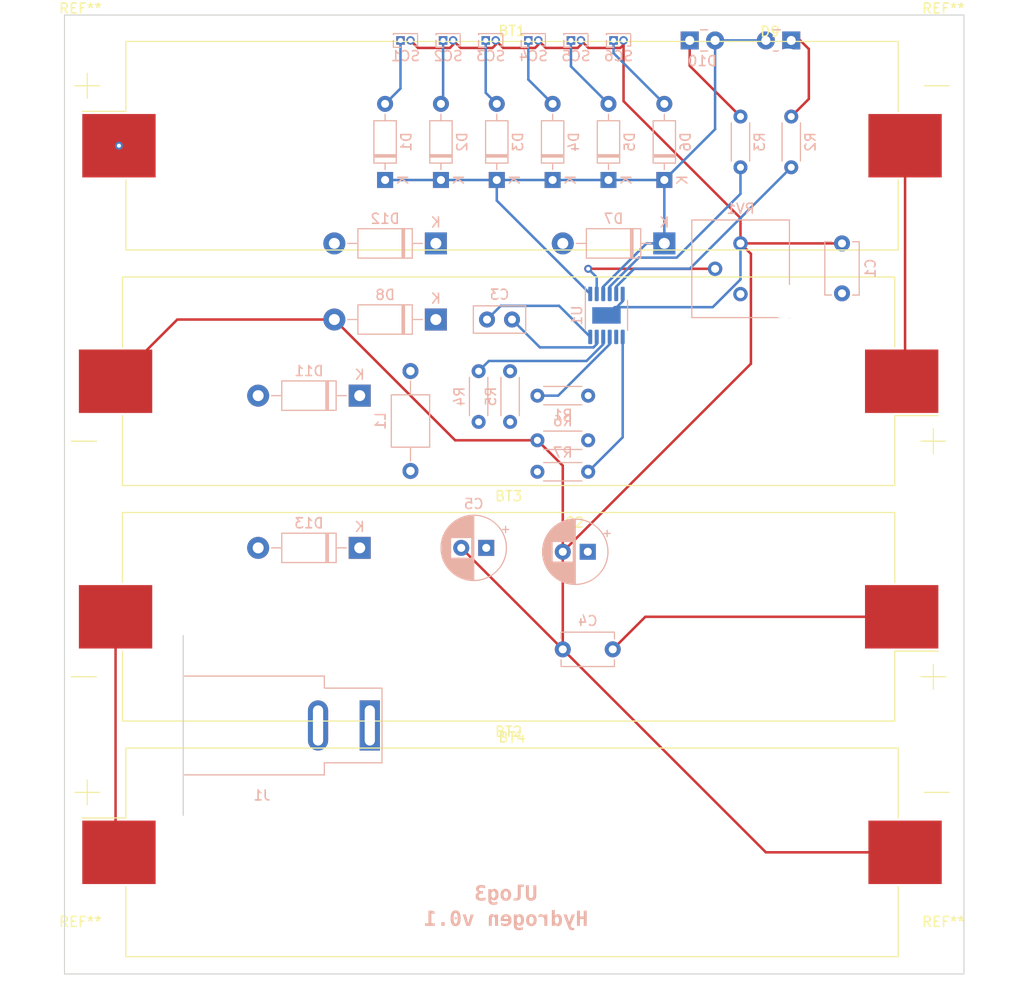
<source format=kicad_pcb>
(kicad_pcb (version 20221018) (generator pcbnew)
  (layers (0 "F.Cu" signal) (1 "In1.Cu" signal) (2 "In2.Cu" signal) (31 "B.Cu" signal) (34 "B.Paste" user) (35 "F.Paste" user) (36 "B.SilkS" user "B.Silkscreen") (37 "F.SilkS" user "F.Silkscreen") (38 "B.Mask" user) (39 "F.Mask" user) (44 "Edge.Cuts" user))
  (net 0 "")
  (net 1 "Net-(BT1-+)")
  (net 2 "Net-(BT1--)")
  (net 3 "Net-(BT2--)")
  (net 4 "GND")
  (net 5 "/BatteryCharger/in")
  (net 6 "Net-(D11-K)")
  (net 7 "Net-(D8-K)")
  (net 8 "Net-(D1-A)")
  (net 9 "Net-(D2-A)")
  (net 10 "Net-(D3-A)")
  (net 11 "Net-(D4-A)")
  (net 12 "Net-(D5-A)")
  (net 13 "Net-(D6-A)")
  (net 14 "Net-(D7-A)")
  (net 15 "Net-(D9-K)")
  (net 16 "Net-(D10-K)")
  (net 17 "VBUS")
  (net 18 "Net-(U1-SENSE)")
  (net 19 "Net-(R1-Pad2)")
  (net 20 "/BatteryCharger/fault")
  (net 21 "/BatteryCharger/chrg")
  (net 22 "Net-(U1-V_{FB})")
  (net 23 "Net-(U1-V_{IN_REG})")
  (footprint "MountingHole:MountingHole_2.1mm" (layer "F.Cu") (at 101.6 127)
    (fp_text reference "REF**" (at 0 -3.2) (layer "F.SilkS"))
    (fp_text value "MountingHole_2.1mm")
    (pad "" np_thru_hole circle (at 0 0) (size 2.1 2.1) (drill 2.1) (layers "*.Mask" "F.Cu" "In1.Cu" "In2.Cu" "B.Cu"))
  )
  (footprint "Battery:BatteryHolder_Keystone_1042_1x18650" (layer "F.Cu") (at 144.44 93.26 180)
    (fp_text reference "BT2" (at 0 -11.5) (layer "F.SilkS"))
    (fp_text value "Battery_Cell")
    (pad "" np_thru_hole circle (at -35.93 -8 180) (size 2.39 2.39) (drill 2.39) (layers "*.Cu" "*.Mask"))
    (pad "" np_thru_hole circle (at -27.6 8 180) (size 3.45 3.45) (drill 3.45) (layers "*.Cu" "*.Mask"))
    (pad "" np_thru_hole circle (at 27.6 -8 180) (size 3.45 3.45) (drill 3.45) (layers "*.Cu" "*.Mask"))
    (pad "1" smd rect (at -39.33 0 180) (size 7.34 6.35) (layers "F.Cu" "F.Paste" "F.Mask") (net 1 "Net-(BT1-+)"))
    (pad "2" smd rect (at 39.33 0 180) (size 7.34 6.35) (layers "F.Cu" "F.Paste" "F.Mask") (net 3 "Net-(BT2--)"))
  )
  (footprint "Battery:BatteryHolder_Keystone_1042_1x18650" (layer "F.Cu") (at 144.78 46.1)
    (fp_text reference "BT1" (at 0 -11.5) (layer "F.SilkS"))
    (fp_text value "Battery_Cell")
    (pad "" np_thru_hole circle (at -35.93 -8) (size 2.39 2.39) (drill 2.39) (layers "*.Cu" "*.Mask"))
    (pad "" np_thru_hole circle (at -27.6 8) (size 3.45 3.45) (drill 3.45) (layers "*.Cu" "*.Mask"))
    (pad "" np_thru_hole circle (at 27.6 -8) (size 3.45 3.45) (drill 3.45) (layers "*.Cu" "*.Mask"))
    (pad "1" smd rect (at -39.33 0) (size 7.34 6.35) (layers "F.Cu" "F.Paste" "F.Mask") (net 1 "Net-(BT1-+)"))
    (pad "2" smd rect (at 39.33 0) (size 7.34 6.35) (layers "F.Cu" "F.Paste" "F.Mask") (net 2 "Net-(BT1--)"))
  )
  (footprint "MountingHole:MountingHole_2.1mm" (layer "F.Cu") (at 187.96 127)
    (fp_text reference "REF**" (at 0 -3.2) (layer "F.SilkS"))
    (fp_text value "MountingHole_2.1mm")
    (pad "" np_thru_hole circle (at 0 0) (size 2.1 2.1) (drill 2.1) (layers "*.Mask" "F.Cu" "In1.Cu" "In2.Cu" "B.Cu"))
  )
  (footprint "Battery:BatteryHolder_Keystone_1042_1x18650" (layer "F.Cu") (at 144.78 116.84)
    (fp_text reference "BT4" (at 0 -11.5) (layer "F.SilkS"))
    (fp_text value "Battery_Cell")
    (pad "" np_thru_hole circle (at -35.93 -8) (size 2.39 2.39) (drill 2.39) (layers "*.Cu" "*.Mask"))
    (pad "" np_thru_hole circle (at -27.6 8) (size 3.45 3.45) (drill 3.45) (layers "*.Cu" "*.Mask"))
    (pad "" np_thru_hole circle (at 27.6 -8) (size 3.45 3.45) (drill 3.45) (layers "*.Cu" "*.Mask"))
    (pad "1" smd rect (at -39.33 0) (size 7.34 6.35) (layers "F.Cu" "F.Paste" "F.Mask") (net 3 "Net-(BT2--)"))
    (pad "2" smd rect (at 39.33 0) (size 7.34 6.35) (layers "F.Cu" "F.Paste" "F.Mask") (net 4 "GND"))
  )
  (footprint "MountingHole:MountingHole_2.1mm" (layer "F.Cu") (at 187.96 35.56)
    (fp_text reference "REF**" (at 0 -3.2) (layer "F.SilkS"))
    (fp_text value "MountingHole_2.1mm")
    (pad "" np_thru_hole circle (at 0 0) (size 2.1 2.1) (drill 2.1) (layers "*.Cu" "*.Mask"))
  )
  (footprint "MountingHole:MountingHole_2.1mm" (layer "F.Cu") (at 101.6 35.56)
    (fp_text reference "REF**" (at 0 -3.2) (layer "F.SilkS"))
    (fp_text value "MountingHole_2.1mm")
    (pad "" np_thru_hole circle (at 0 0) (size 2.1 2.1) (drill 2.1) (layers "*.Mask" "F.Cu" "In1.Cu" "In2.Cu" "B.Cu"))
  )
  (footprint "Battery:BatteryHolder_Keystone_1042_1x18650" (layer "F.Cu") (at 144.44 69.68 180)
    (fp_text reference "BT3" (at 0 -11.5) (layer "F.SilkS"))
    (fp_text value "Battery_Cell")
    (pad "" np_thru_hole circle (at -35.93 -8 180) (size 2.39 2.39) (drill 2.39) (layers "*.Cu" "*.Mask"))
    (pad "" np_thru_hole circle (at -27.6 8 180) (size 3.45 3.45) (drill 3.45) (layers "*.Cu" "*.Mask"))
    (pad "" np_thru_hole circle (at 27.6 -8 180) (size 3.45 3.45) (drill 3.45) (layers "*.Cu" "*.Mask"))
    (pad "1" smd rect (at -39.33 0 180) (size 7.34 6.35) (layers "F.Cu" "F.Paste" "F.Mask") (net 2 "Net-(BT1--)"))
    (pad "2" smd rect (at 39.33 0 180) (size 7.34 6.35) (layers "F.Cu" "F.Paste" "F.Mask") (net 4 "GND"))
  )
  (footprint "Diode_THT:D_DO-35_SOD27_P7.62mm_Horizontal" (layer "B.Cu") (at 160.02 49.53 90)
    (fp_text reference "D6" (at 3.81 2.12 90) (layer "B.SilkS") (effects (justify mirror)))
    (fp_text value "D_Schottky")
    (fp_text user "K" (at 0 1.8 90) (layer "B.SilkS") (effects (justify mirror)))
    (pad "1" thru_hole rect (at 0 0 90) (size 1.6 1.6) (drill 0.8) (layers "*.Cu" "*.Mask") (net 5 "/BatteryCharger/in"))
    (pad "2" thru_hole oval (at 7.62 0 90) (size 1.6 1.6) (drill 0.8) (layers "*.Cu" "*.Mask") (net 13 "Net-(D6-A)"))
  )
  (footprint "Connector_PinHeader_1.00mm:PinHeader_2x01_P1.00mm_Vertical" (layer "B.Cu") (at 146.412 35.56)
    (fp_text reference "SC4" (at 0.5 1.56) (layer "B.SilkS") (effects (justify mirror)))
    (fp_text value "Solar_Cells")
    (pad "1" thru_hole rect (at 0 0) (size 0.85 0.85) (drill 0.5) (layers "*.Cu" "*.Mask") (net 11 "Net-(D4-A)"))
    (pad "2" thru_hole oval (at 1 0) (size 0.85 0.85) (drill 0.5) (layers "*.Cu" "*.Mask") (net 4 "GND"))
  )
  (footprint "Inductor_THT:L_Axial_L5.0mm_D3.6mm_P10.00mm_Horizontal_Murata_BL01RN1A2A2" (layer "B.Cu") (at 134.62 68.66 -90)
    (fp_text reference "L1" (at 5 3 90) (layer "B.SilkS") (effects (justify mirror)))
    (fp_text value "68uH")
    (pad "1" thru_hole circle (at 0 0 270) (size 1.6 1.6) (drill 0.85) (layers "*.Cu" "*.Mask") (net 7 "Net-(D8-K)"))
    (pad "2" thru_hole oval (at 10 0 270) (size 1.6 1.6) (drill 0.85) (layers "*.Cu" "*.Mask") (net 18 "Net-(U1-SENSE)"))
  )
  (footprint "Connector_BarrelJack:BarrelJack_SwitchcraftConxall_RAPC10U_Horizontal" (layer "B.Cu") (at 130.55 104.14)
    (fp_text reference "J1" (at -10.8 7) (layer "B.SilkS") (effects (justify mirror)))
    (fp_text value "Barrel_Jack")
    (fp_line (start -18.67 9) (end -18.67 -9) (stroke (width 0.12)) (layer "Edge.Cuts"))
    (pad "1" thru_hole rect (at 0 0) (size 2.02 5.02) (drill oval 1.02 4.02) (layers "*.Cu" "*.Mask") (net 14 "Net-(D7-A)"))
    (pad "2" thru_hole oval (at -5.18 0) (size 2.02 5.02) (drill oval 1.02 4.02) (layers "*.Cu" "*.Mask") (net 4 "GND"))
  )
  (footprint "Resistor_THT:R_Axial_DIN0204_L3.6mm_D1.6mm_P5.08mm_Horizontal" (layer "B.Cu") (at 141.44 68.67 -90)
    (fp_text reference "R4" (at 2.54 1.92 90) (layer "B.SilkS") (effects (justify mirror)))
    (fp_text value "0.22")
    (pad "1" thru_hole circle (at 0 0 270) (size 1.4 1.4) (drill 0.7) (layers "*.Cu" "*.Mask") (net 18 "Net-(U1-SENSE)"))
    (pad "2" thru_hole oval (at 5.08 0 270) (size 1.4 1.4) (drill 0.7) (layers "*.Cu" "*.Mask") (net 1 "Net-(BT1-+)"))
  )
  (footprint "Capacitor_THT:C_Disc_D5.1mm_W3.2mm_P5.00mm" (layer "B.Cu") (at 177.8 60.88 90)
    (fp_text reference "C1" (at 2.5 2.85 90) (layer "B.SilkS") (effects (justify mirror)))
    (fp_text value "10uF")
    (pad "1" thru_hole circle (at 0 0 90) (size 1.6 1.6) (drill 0.8) (layers "*.Cu" "*.Mask") (net 5 "/BatteryCharger/in"))
    (pad "2" thru_hole circle (at 5 0 90) (size 1.6 1.6) (drill 0.8) (layers "*.Cu" "*.Mask") (net 4 "GND"))
  )
  (footprint "Diode_THT:D_DO-41_SOD81_P10.16mm_Horizontal" (layer "B.Cu") (at 129.54 86.36 180)
    (fp_text reference "D13" (at 5.08 2.47) (layer "B.SilkS") (effects (justify mirror)))
    (fp_text value "1N5819")
    (fp_text user "K" (at 0 2.1) (layer "B.SilkS") (effects (justify mirror)))
    (pad "1" thru_hole rect (at 0 0 180) (size 2.2 2.2) (drill 1.1) (layers "*.Cu" "*.Mask") (net 17 "VBUS"))
    (pad "2" thru_hole oval (at 10.16 0 180) (size 2.2 2.2) (drill 1.1) (layers "*.Cu" "*.Mask") (net 1 "Net-(BT1-+)"))
  )
  (footprint "Resistor_THT:R_Axial_DIN0204_L3.6mm_D1.6mm_P5.08mm_Horizontal" (layer "B.Cu") (at 152.4 75.59 180)
    (fp_text reference "R6" (at 2.54 1.92) (layer "B.SilkS") (effects (justify mirror)))
    (fp_text value "446k")
    (pad "1" thru_hole circle (at 0 0 180) (size 1.4 1.4) (drill 0.7) (layers "*.Cu" "*.Mask") (net 19 "Net-(R1-Pad2)"))
    (pad "2" thru_hole oval (at 5.08 0 180) (size 1.4 1.4) (drill 0.7) (layers "*.Cu" "*.Mask") (net 4 "GND"))
  )
  (footprint "Resistor_THT:R_Axial_DIN0204_L3.6mm_D1.6mm_P5.08mm_Horizontal" (layer "B.Cu") (at 147.32 71.12)
    (fp_text reference "R1" (at 2.54 1.92) (layer "B.SilkS") (effects (justify mirror)))
    (fp_text value "568k")
    (pad "1" thru_hole circle (at 0 0) (size 1.4 1.4) (drill 0.7) (layers "*.Cu" "*.Mask") (net 1 "Net-(BT1-+)"))
    (pad "2" thru_hole oval (at 5.08 0) (size 1.4 1.4) (drill 0.7) (layers "*.Cu" "*.Mask") (net 19 "Net-(R1-Pad2)"))
  )
  (footprint "Capacitor_THT:CP_Radial_D6.3mm_P2.50mm" (layer "B.Cu") (at 152.36 86.75 180)
    (fp_text reference "C2" (at 1.353569 2.93) (layer "F.SilkS"))
    (fp_text value "100uF")
    (pad "1" thru_hole rect (at 0 0 180) (size 1.6 1.6) (drill 0.8) (layers "*.Cu" "*.Mask") (net 1 "Net-(BT1-+)"))
    (pad "2" thru_hole circle (at 2.5 0 180) (size 1.6 1.6) (drill 0.8) (layers "*.Cu" "*.Mask") (net 4 "GND"))
  )
  (footprint "Capacitor_THT:CP_Radial_D6.3mm_P2.50mm" (layer "B.Cu") (at 142.2 86.36 180)
    (fp_text reference "C5" (at 1.25 4.4) (layer "B.SilkS") (effects (justify mirror)))
    (fp_text value "100uF 16v")
    (pad "1" thru_hole rect (at 0 0 180) (size 1.6 1.6) (drill 0.8) (layers "*.Cu" "*.Mask") (net 1 "Net-(BT1-+)"))
    (pad "2" thru_hole circle (at 2.5 0 180) (size 1.6 1.6) (drill 0.8) (layers "*.Cu" "*.Mask") (net 4 "GND"))
  )
  (footprint "Potentiometer_THT:Potentiometer_Bourns_3386P_Vertical" (layer "B.Cu") (at 167.64 60.96 180)
    (fp_text reference "RV1" (at -0.015 8.555) (layer "B.SilkS") (effects (justify mirror)))
    (fp_text value "10k")
    (pad "1" thru_hole circle (at 0 0 180) (size 1.44 1.44) (drill 0.8) (layers "*.Cu" "*.Mask") (net 5 "/BatteryCharger/in"))
    (pad "2" thru_hole circle (at 2.54 2.54 180) (size 1.44 1.44) (drill 0.8) (layers "*.Cu" "*.Mask") (net 23 "Net-(U1-V_{IN_REG})"))
    (pad "3" thru_hole circle (at 0 5.08 180) (size 1.44 1.44) (drill 0.8) (layers "*.Cu" "*.Mask") (net 4 "GND"))
  )
  (footprint "Resistor_THT:R_Axial_DIN0204_L3.6mm_D1.6mm_P5.08mm_Horizontal" (layer "B.Cu") (at 144.59 68.67 -90)
    (fp_text reference "R5" (at 2.54 1.92 90) (layer "B.SilkS") (effects (justify mirror)))
    (fp_text value "0.5")
    (pad "1" thru_hole circle (at 0 0 270) (size 1.4 1.4) (drill 0.7) (layers "*.Cu" "*.Mask") (net 1 "Net-(BT1-+)"))
    (pad "2" thru_hole oval (at 5.08 0 270) (size 1.4 1.4) (drill 0.7) (layers "*.Cu" "*.Mask") (net 18 "Net-(U1-SENSE)"))
  )
  (footprint "Diode_THT:D_DO-41_SOD81_P10.16mm_Horizontal" (layer "B.Cu") (at 160.02 55.88 180)
    (fp_text reference "D7" (at 5.08 2.47) (layer "B.SilkS") (effects (justify mirror)))
    (fp_text value "1N5819")
    (fp_text user "K" (at 0 2.1) (layer "B.SilkS") (effects (justify mirror)))
    (pad "1" thru_hole rect (at 0 0 180) (size 2.2 2.2) (drill 1.1) (layers "*.Cu" "*.Mask") (net 5 "/BatteryCharger/in"))
    (pad "2" thru_hole oval (at 10.16 0 180) (size 2.2 2.2) (drill 1.1) (layers "*.Cu" "*.Mask") (net 14 "Net-(D7-A)"))
  )
  (footprint "Diode_THT:D_DO-41_SOD81_P10.16mm_Horizontal" (layer "B.Cu") (at 129.54 71.12 180)
    (fp_text reference "D11" (at 5.08 2.47) (layer "B.SilkS") (effects (justify mirror)))
    (fp_text value "1N5819")
    (fp_text user "K" (at 0 2.1) (layer "B.SilkS") (effects (justify mirror)))
    (pad "1" thru_hole rect (at 0 0 180) (size 2.2 2.2) (drill 1.1) (layers "*.Cu" "*.Mask") (net 6 "Net-(D11-K)"))
    (pad "2" thru_hole oval (at 10.16 0 180) (size 2.2 2.2) (drill 1.1) (layers "*.Cu" "*.Mask") (net 1 "Net-(BT1-+)"))
  )
  (footprint "Diode_THT:D_DO-35_SOD27_P7.62mm_Horizontal" (layer "B.Cu") (at 137.668 49.53 90)
    (fp_text reference "D2" (at 3.81 2.12 90) (layer "B.SilkS") (effects (justify mirror)))
    (fp_text value "D_Schottky")
    (fp_text user "K" (at 0 1.8 90) (layer "B.SilkS") (effects (justify mirror)))
    (pad "1" thru_hole rect (at 0 0 90) (size 1.6 1.6) (drill 0.8) (layers "*.Cu" "*.Mask") (net 5 "/BatteryCharger/in"))
    (pad "2" thru_hole oval (at 7.62 0 90) (size 1.6 1.6) (drill 0.8) (layers "*.Cu" "*.Mask") (net 9 "Net-(D2-A)"))
  )
  (footprint "Resistor_THT:R_Axial_DIN0204_L3.6mm_D1.6mm_P5.08mm_Horizontal" (layer "B.Cu") (at 152.4 78.74 180)
    (fp_text reference "R7" (at 2.54 1.92) (layer "B.SilkS") (effects (justify mirror)))
    (fp_text value "200k")
    (pad "1" thru_hole circle (at 0 0 180) (size 1.4 1.4) (drill 0.7) (layers "*.Cu" "*.Mask") (net 22 "Net-(U1-V_{FB})"))
    (pad "2" thru_hole oval (at 5.08 0 180) (size 1.4 1.4) (drill 0.7) (layers "*.Cu" "*.Mask") (net 19 "Net-(R1-Pad2)"))
  )
  (footprint "Diode_THT:D_DO-41_SOD81_P10.16mm_Horizontal" (layer "B.Cu") (at 137.16 55.88 180)
    (fp_text reference "D12" (at 5.08 2.47) (layer "B.SilkS") (effects (justify mirror)))
    (fp_text value "1N5819")
    (fp_text user "K" (at 0 2.1) (layer "B.SilkS") (effects (justify mirror)))
    (pad "1" thru_hole rect (at 0 0 180) (size 2.2 2.2) (drill 1.1) (layers "*.Cu" "*.Mask") (net 17 "VBUS"))
    (pad "2" thru_hole oval (at 10.16 0 180) (size 2.2 2.2) (drill 1.1) (layers "*.Cu" "*.Mask") (net 5 "/BatteryCharger/in"))
  )
  (footprint "Diode_THT:D_DO-35_SOD27_P7.62mm_Horizontal" (layer "B.Cu") (at 143.256 49.53 90)
    (fp_text reference "D3" (at 3.81 2.12 90) (layer "B.SilkS") (effects (justify mirror)))
    (fp_text value "D_Schottky")
    (fp_text user "K" (at 0 1.8 90) (layer "B.SilkS") (effects (justify mirror)))
    (pad "1" thru_hole rect (at 0 0 90) (size 1.6 1.6) (drill 0.8) (layers "*.Cu" "*.Mask") (net 5 "/BatteryCharger/in"))
    (pad "2" thru_hole oval (at 7.62 0 90) (size 1.6 1.6) (drill 0.8) (layers "*.Cu" "*.Mask") (net 10 "Net-(D3-A)"))
  )
  (footprint "Diode_THT:D_DO-35_SOD27_P7.62mm_Horizontal" (layer "B.Cu") (at 148.844 49.53 90)
    (fp_text reference "D4" (at 3.81 2.12 90) (layer "B.SilkS") (effects (justify mirror)))
    (fp_text value "D_Schottky")
    (fp_text user "K" (at 0 1.8 90) (layer "B.SilkS") (effects (justify mirror)))
    (pad "1" thru_hole rect (at 0 0 90) (size 1.6 1.6) (drill 0.8) (layers "*.Cu" "*.Mask") (net 5 "/BatteryCharger/in"))
    (pad "2" thru_hole oval (at 7.62 0 90) (size 1.6 1.6) (drill 0.8) (layers "*.Cu" "*.Mask") (net 11 "Net-(D4-A)"))
  )
  (footprint "Connector_PinHeader_1.00mm:PinHeader_2x01_P1.00mm_Vertical" (layer "B.Cu") (at 142.148 35.56)
    (fp_text reference "SC3" (at 0.5 1.56) (layer "B.SilkS") (effects (justify mirror)))
    (fp_text value "Solar_Cells")
    (pad "1" thru_hole rect (at 0 0) (size 0.85 0.85) (drill 0.5) (layers "*.Cu" "*.Mask") (net 10 "Net-(D3-A)"))
    (pad "2" thru_hole oval (at 1 0) (size 0.85 0.85) (drill 0.5) (layers "*.Cu" "*.Mask") (net 4 "GND"))
  )
  (footprint "Resistor_THT:R_Axial_DIN0204_L3.6mm_D1.6mm_P5.08mm_Horizontal" (layer "B.Cu") (at 167.64 48.26 90)
    (fp_text reference "R3" (at 2.54 1.92 90) (layer "B.SilkS") (effects (justify mirror)))
    (fp_text value "1k")
    (pad "1" thru_hole circle (at 0 0 90) (size 1.4 1.4) (drill 0.7) (layers "*.Cu" "*.Mask") (net 21 "/BatteryCharger/chrg"))
    (pad "2" thru_hole oval (at 5.08 0 90) (size 1.4 1.4) (drill 0.7) (layers "*.Cu" "*.Mask") (net 16 "Net-(D10-K)"))
  )
  (footprint "Diode_THT:D_DO-35_SOD27_P7.62mm_Horizontal" (layer "B.Cu") (at 154.432 49.53 90)
    (fp_text reference "D5" (at 3.81 2.12 90) (layer "B.SilkS") (effects (justify mirror)))
    (fp_text value "D_Schottky")
    (fp_text user "K" (at 0 1.8 90) (layer "B.SilkS") (effects (justify mirror)))
    (pad "1" thru_hole rect (at 0 0 90) (size 1.6 1.6) (drill 0.8) (layers "*.Cu" "*.Mask") (net 5 "/BatteryCharger/in"))
    (pad "2" thru_hole oval (at 7.62 0 90) (size 1.6 1.6) (drill 0.8) (layers "*.Cu" "*.Mask") (net 12 "Net-(D5-A)"))
  )
  (footprint "Diode_THT:D_DO-41_SOD81_P10.16mm_Horizontal" (layer "B.Cu") (at 137.16 63.5 180)
    (fp_text reference "D8" (at 5.08 2.47) (layer "B.SilkS") (effects (justify mirror)))
    (fp_text value "1N5819")
    (fp_text user "K" (at 0 2.1) (layer "B.SilkS") (effects (justify mirror)))
    (pad "1" thru_hole rect (at 0 0 180) (size 2.2 2.2) (drill 1.1) (layers "*.Cu" "*.Mask") (net 7 "Net-(D8-K)"))
    (pad "2" thru_hole oval (at 10.16 0 180) (size 2.2 2.2) (drill 1.1) (layers "*.Cu" "*.Mask") (net 4 "GND"))
  )
  (footprint "Connector_PinHeader_1.00mm:PinHeader_2x01_P1.00mm_Vertical" (layer "B.Cu") (at 154.94 35.56)
    (fp_text reference "SC6" (at 0.5 1.56) (layer "B.SilkS") (effects (justify mirror)))
    (fp_text value "Solar_Cells")
    (pad "1" thru_hole rect (at 0 0) (size 0.85 0.85) (drill 0.5) (layers "*.Cu" "*.Mask") (net 13 "Net-(D6-A)"))
    (pad "2" thru_hole oval (at 1 0) (size 0.85 0.85) (drill 0.5) (layers "*.Cu" "*.Mask") (net 4 "GND"))
  )
  (footprint "Capacitor_THT:C_Disc_D5.1mm_W3.2mm_P5.00mm" (layer "B.Cu") (at 154.86 96.52 180)
    (fp_text reference "C4" (at 2.5 2.85) (layer "B.SilkS") (effects (justify mirror)))
    (fp_text value "10uF")
    (pad "1" thru_hole circle (at 0 0 180) (size 1.6 1.6) (drill 0.8) (layers "*.Cu" "*.Mask") (net 1 "Net-(BT1-+)"))
    (pad "2" thru_hole circle (at 5 0 180) (size 1.6 1.6) (drill 0.8) (layers "*.Cu" "*.Mask") (net 4 "GND"))
  )
  (footprint "Connector_PinHeader_1.00mm:PinHeader_2x01_P1.00mm_Vertical" (layer "B.Cu") (at 137.884 35.56)
    (fp_text reference "SC2" (at 0.5 1.56) (layer "B.SilkS") (effects (justify mirror)))
    (fp_text value "Solar_Cells")
    (pad "1" thru_hole rect (at 0 0) (size 0.85 0.85) (drill 0.5) (layers "*.Cu" "*.Mask") (net 9 "Net-(D2-A)"))
    (pad "2" thru_hole oval (at 1 0) (size 0.85 0.85) (drill 0.5) (layers "*.Cu" "*.Mask") (net 4 "GND"))
  )
  (footprint "Capacitor_THT:C_Disc_D5.0mm_W2.5mm_P2.50mm" (layer "B.Cu") (at 144.78 63.5 180)
    (fp_text reference "C3" (at 1.25 2.5) (layer "B.SilkS") (effects (justify mirror)))
    (fp_text value "1uF")
    (pad "1" thru_hole circle (at 0 0 180) (size 1.6 1.6) (drill 0.8) (layers "*.Cu" "*.Mask") (net 6 "Net-(D11-K)"))
    (pad "2" thru_hole circle (at 2.5 0 180) (size 1.6 1.6) (drill 0.8) (layers "*.Cu" "*.Mask") (net 7 "Net-(D8-K)"))
  )
  (footprint "Connector_PinHeader_1.00mm:PinHeader_2x01_P1.00mm_Vertical" (layer "B.Cu") (at 150.676 35.56)
    (fp_text reference "SC5" (at 0.5 1.56) (layer "B.SilkS") (effects (justify mirror)))
    (fp_text value "Solar_Cells")
    (pad "1" thru_hole rect (at 0 0) (size 0.85 0.85) (drill 0.5) (layers "*.Cu" "*.Mask") (net 12 "Net-(D5-A)"))
    (pad "2" thru_hole oval (at 1 0) (size 0.85 0.85) (drill 0.5) (layers "*.Cu" "*.Mask") (net 4 "GND"))
  )
  (footprint "LED_THT:LED_Rectangular_W3.0mm_H2.0mm" (layer "B.Cu") (at 162.56 35.56)
    (fp_text reference "D10" (at 1.27 2.06) (layer "B.SilkS") (effects (justify mirror)))
    (fp_text value "LED")
    (pad "1" thru_hole rect (at 0 0) (size 1.8 1.8) (drill 0.9) (layers "*.Cu" "*.Mask") (net 16 "Net-(D10-K)"))
    (pad "2" thru_hole circle (at 2.54 0) (size 1.8 1.8) (drill 0.9) (layers "*.Cu" "*.Mask") (net 5 "/BatteryCharger/in"))
  )
  (footprint "Resistor_THT:R_Axial_DIN0204_L3.6mm_D1.6mm_P5.08mm_Horizontal" (layer "B.Cu") (at 172.72 48.26 90)
    (fp_text reference "R2" (at 2.54 1.92 90) (layer "B.SilkS") (effects (justify mirror)))
    (fp_text value "1k")
    (pad "1" thru_hole circle (at 0 0 90) (size 1.4 1.4) (drill 0.7) (layers "*.Cu" "*.Mask") (net 20 "/BatteryCharger/fault"))
    (pad "2" thru_hole oval (at 5.08 0 90) (size 1.4 1.4) (drill 0.7) (layers "*.Cu" "*.Mask") (net 15 "Net-(D9-K)"))
  )
  (footprint "Package_SO:MSOP-12-1EP_3x4mm_P0.65mm_EP1.65x2.85mm" (layer "B.Cu") (at 154.23 63.09 -90)
    (fp_text reference "U1" (at 0 2.95 90) (layer "B.SilkS") (effects (justify mirror)))
    (fp_text value "LT3652EMSE")
    (pad "1" smd roundrect (at -2.15 1.625 270) (size 1.45 0.4) (layers "B.Cu" "B.Paste" "B.Mask") (net 5 "/BatteryCharger/in"))
    (pad "2" smd roundrect (at -2.15 0.975 270) (size 1.45 0.4) (layers "B.Cu" "B.Paste" "B.Mask") (net 23 "Net-(U1-V_{IN_REG})"))
    (pad "3" smd roundrect (at -2.15 0.325 270) (size 1.45 0.4) (layers "B.Cu" "B.Paste" "B.Mask") (net 5 "/BatteryCharger/in"))
    (pad "4" smd roundrect (at -2.15 -0.325 270) (size 1.45 0.4) (layers "B.Cu" "B.Paste" "B.Mask") (net 21 "/BatteryCharger/chrg"))
    (pad "5" smd roundrect (at -2.15 -0.975 270) (size 1.45 0.4) (layers "B.Cu" "B.Paste" "B.Mask") (net 20 "/BatteryCharger/fault"))
    (pad "6" smd roundrect (at -2.15 -1.625 270) (size 1.45 0.4) (layers "B.Cu" "B.Paste" "B.Mask") (net 4 "GND"))
    (pad "7" smd roundrect (at 2.15 -1.625 270) (size 1.45 0.4) (layers "B.Cu" "B.Paste" "B.Mask") (net 22 "Net-(U1-V_{FB})"))
    (pad "8" smd roundrect (at 2.15 -0.975 270) (size 1.45 0.4) (layers "B.Cu" "B.Paste" "B.Mask"))
    (pad "9" smd roundrect (at 2.15 -0.325 270) (size 1.45 0.4) (layers "B.Cu" "B.Paste" "B.Mask") (net 1 "Net-(BT1-+)"))
    (pad "10" smd roundrect (at 2.15 0.325 270) (size 1.45 0.4) (layers "B.Cu" "B.Paste" "B.Mask") (net 18 "Net-(U1-SENSE)"))
    (pad "11" smd roundrect (at 2.15 0.975 270) (size 1.45 0.4) (layers "B.Cu" "B.Paste" "B.Mask") (net 6 "Net-(D11-K)"))
    (pad "12" smd roundrect (at 2.15 1.625 270) (size 1.45 0.4) (layers "B.Cu" "B.Paste" "B.Mask") (net 7 "Net-(D8-K)"))
    (pad "13" smd rect (at 0 0 270) (size 1.65 2.85) (layers "B.Cu" "B.Mask") (net 4 "GND"))
  )
  (footprint "Diode_THT:D_DO-35_SOD27_P7.62mm_Horizontal" (layer "B.Cu") (at 132.08 49.53 90)
    (fp_text reference "D1" (at 3.81 2.12 90) (layer "B.SilkS") (effects (justify mirror)))
    (fp_text value "D_Schottky")
    (fp_text user "K" (at 0 1.8 90) (layer "B.SilkS") (effects (justify mirror)))
    (pad "1" thru_hole rect (at 0 0 90) (size 1.6 1.6) (drill 0.8) (layers "*.Cu" "*.Mask") (net 5 "/BatteryCharger/in"))
    (pad "2" thru_hole oval (at 7.62 0 90) (size 1.6 1.6) (drill 0.8) (layers "*.Cu" "*.Mask") (net 8 "Net-(D1-A)"))
  )
  (footprint "Connector_PinHeader_1.00mm:PinHeader_2x01_P1.00mm_Vertical" (layer "B.Cu") (at 133.62 35.56)
    (fp_text reference "SC1" (at 0.5 1.56) (layer "B.SilkS") (effects (justify mirror)))
    (fp_text value "Solar_Cells")
    (pad "1" thru_hole rect (at 0 0) (size 0.85 0.85) (drill 0.5) (layers "*.Cu" "*.Mask") (net 8 "Net-(D1-A)"))
    (pad "2" thru_hole oval (at 1 0) (size 0.85 0.85) (drill 0.5) (layers "*.Cu" "*.Mask") (net 4 "GND"))
  )
  (footprint "LED_THT:LED_Rectangular_W3.0mm_H2.0mm" (layer "B.Cu") (at 172.72 35.56 180)
    (fp_text reference "D9" (at 2.12881 0.88) (layer "F.SilkS"))
    (fp_text value "LED")
    (pad "1" thru_hole rect (at 0 0 180) (size 1.8 1.8) (drill 0.9) (layers "*.Cu" "*.Mask") (net 15 "Net-(D9-K)"))
    (pad "2" thru_hole circle (at 2.54 0 180) (size 1.8 1.8) (drill 0.9) (layers "*.Cu" "*.Mask") (net 5 "/BatteryCharger/in"))
  )
  (gr_line (start 190 33.02) (end 190 129.02) (stroke (width 0.1)) (layer "Edge.Cuts"))
  (gr_line (start 100 33.02) (end 100 129.02) (stroke (width 0.1)) (layer "Edge.Cuts"))
  (gr_line (start 100 129.02) (end 190 129.02) (stroke (width 0.1)) (layer "Edge.Cuts"))
  (gr_line (start 100 33.02) (end 190 33.02) (stroke (width 0.1)) (layer "Edge.Cuts"))
  (gr_text "Ulog3" (at 147.32 121.92) (layer "B.SilkS") (effects (font (size 1.5 1.5) (thickness 0.3) bold) (justify left bottom mirror)))
  (gr_text "Hydrogen v0.1" (at 152.4 124.46) (layer "B.SilkS") (effects (font (size 1.5 1.5) (thickness 0.3) bold) (justify left bottom mirror)))
  (segment (start 105.45 46.1) (end 106.68 47.33) (width 0.25) (layer "F.Cu") (net 1))
  (segment (start 158.12 93.26) (end 154.86 96.52) (width 0.25) (layer "F.Cu") (net 1))
  (segment (start 183.77 93.26) (end 158.12 93.26) (width 0.25) (layer "F.Cu") (net 1))
  (segment (start 106.68 47.33) (end 106.68 48.26) (width 0.25) (layer "F.Cu") (net 1))
  (via (at 105.45 46.1) (size 0.8) (drill 0.4) (layers "F.Cu" "B.Cu") (net 1))
  (segment (start 149.4 71.12) (end 147.32 71.12) (width 0.25) (layer "B.Cu") (net 1))
  (segment (start 154.555 65.24) (end 154.555 65.965) (width 0.25) (layer "B.Cu") (net 1))
  (segment (start 154.555 65.965) (end 149.4 71.12) (width 0.25) (layer "B.Cu") (net 1))
  (segment (start 184.11 46.1) (end 184.11 69.34) (width 0.25) (layer "F.Cu") (net 2))
  (segment (start 184.11 69.34) (end 183.77 69.68) (width 0.25) (layer "F.Cu") (net 2))
  (segment (start 105.11 93.26) (end 105.11 116.5) (width 0.25) (layer "F.Cu") (net 3))
  (segment (start 105.11 116.5) (end 105.45 116.84) (width 0.25) (layer "F.Cu") (net 3))
  (segment (start 149.86 96.52) (end 170.18 116.84) (width 0.25) (layer "F.Cu") (net 4))
  (segment (start 149.86 78.13) (end 147.32 75.59) (width 0.25) (layer "F.Cu") (net 4))
  (segment (start 155.94 35.985) (end 155.615 36.31) (width 0.25) (layer "F.Cu") (net 4))
  (segment (start 111.29 63.5) (end 105.11 69.68) (width 0.25) (layer "F.Cu") (net 4))
  (segment (start 139.634 36.31) (end 138.884 35.56) (width 0.25) (layer "F.Cu") (net 4))
  (segment (start 167.64 53.34) (end 167.64 55.88) (width 0.25) (layer "F.Cu") (net 4))
  (segment (start 105.11 68.52) (end 105.11 69.68) (width 0.25) (layer "F.Cu") (net 4))
  (segment (start 170.18 116.84) (end 184.11 116.84) (width 0.25) (layer "F.Cu") (net 4))
  (segment (start 155.94 35.56) (end 155.94 35.985) (width 0.25) (layer "F.Cu") (net 4))
  (segment (start 151.351 36.31) (end 148.162 36.31) (width 0.25) (layer "F.Cu") (net 4))
  (segment (start 148.162 36.31) (end 147.412 35.56) (width 0.25) (layer "F.Cu") (net 4))
  (segment (start 167.64 55.88) (end 168.685 56.925) (width 0.25) (layer "F.Cu") (net 4))
  (segment (start 149.86 86.75) (end 149.86 78.13) (width 0.25) (layer "F.Cu") (net 4))
  (segment (start 149.86 86.75) (end 149.86 96.52) (width 0.25) (layer "F.Cu") (net 4))
  (segment (start 139.09 75.59) (end 127 63.5) (width 0.25) (layer "F.Cu") (net 4))
  (segment (start 143.148 35.985) (end 142.823 36.31) (width 0.25) (layer "F.Cu") (net 4))
  (segment (start 168.685 67.925) (end 149.86 86.75) (width 0.25) (layer "F.Cu") (net 4))
  (segment (start 147.087 36.31) (end 143.898 36.31) (width 0.25) (layer "F.Cu") (net 4))
  (segment (start 152.426 36.31) (end 151.676 35.56) (width 0.25) (layer "F.Cu") (net 4))
  (segment (start 155.94 35.56) (end 155.94 41.64) (width 0.25) (layer "F.Cu") (net 4))
  (segment (start 138.559 36.31) (end 135.37 36.31) (width 0.25) (layer "F.Cu") (net 4))
  (segment (start 168.685 56.925) (end 168.685 67.925) (width 0.25) (layer "F.Cu") (net 4))
  (segment (start 151.676 35.985) (end 151.351 36.31) (width 0.25) (layer "F.Cu") (net 4))
  (segment (start 143.148 35.56) (end 143.148 35.985) (width 0.25) (layer "F.Cu") (net 4))
  (segment (start 127 63.5) (end 111.29 63.5) (width 0.25) (layer "F.Cu") (net 4))
  (segment (start 151.676 35.56) (end 151.676 35.985) (width 0.25) (layer "F.Cu") (net 4))
  (segment (start 135.37 36.31) (end 134.62 35.56) (width 0.25) (layer "F.Cu") (net 4))
  (segment (start 138.884 35.56) (end 138.884 35.985) (width 0.25) (layer "F.Cu") (net 4))
  (segment (start 147.412 35.985) (end 147.087 36.31) (width 0.25) (layer "F.Cu") (net 4))
  (segment (start 147.412 35.56) (end 147.412 35.985) (width 0.25) (layer "F.Cu") (net 4))
  (segment (start 138.884 35.985) (end 138.559 36.31) (width 0.25) (layer "F.Cu") (net 4))
  (segment (start 143.898 36.31) (end 143.148 35.56) (width 0.25) (layer "F.Cu") (net 4))
  (segment (start 149.86 96.52) (end 139.7 86.36) (width 0.25) (layer "F.Cu") (net 4))
  (segment (start 155.94 41.64) (end 167.64 53.34) (width 0.25) (layer "F.Cu") (net 4))
  (segment (start 177.8 55.88) (end 167.64 55.88) (width 0.25) (layer "F.Cu") (net 4))
  (segment (start 142.823 36.31) (end 139.634 36.31) (width 0.25) (layer "F.Cu") (net 4))
  (segment (start 147.32 75.59) (end 139.09 75.59) (width 0.25) (layer "F.Cu") (net 4))
  (segment (start 155.615 36.31) (end 152.426 36.31) (width 0.25) (layer "F.Cu") (net 4))
  (segment (start 155.855 60.94) (end 155.855 61.665) (width 0.25) (layer "B.Cu") (net 4))
  (segment (start 155.055 62.265) (end 164.863548 62.265) (width 0.25) (layer "B.Cu") (net 4))
  (segment (start 167.64 59.488548) (end 167.64 55.88) (width 0.25) (layer "B.Cu") (net 4))
  (segment (start 154.43 63.09) (end 154.23 63.09) (width 0.25) (layer "B.Cu") (net 4))
  (segment (start 154.23 63.09) (end 155.055 62.265) (width 0.25) (layer "B.Cu") (net 4))
  (segment (start 164.863548 62.265) (end 167.64 59.488548) (width 0.25) (layer "B.Cu") (net 4))
  (segment (start 155.855 61.665) (end 154.43 63.09) (width 0.25) (layer "B.Cu") (net 4))
  (segment (start 158.24 55.88) (end 160.02 55.88) (width 0.25) (layer "B.Cu") (net 5))
  (segment (start 160.02 49.53) (end 165.1 44.45) (width 0.25) (layer "B.Cu") (net 5))
  (segment (start 152.605 60.94) (end 143.256 51.591) (width 0.25) (layer "B.Cu") (net 5))
  (segment (start 160.02 49.53) (end 160.02 55.88) (width 0.25) (layer "B.Cu") (net 5))
  (segment (start 153.905 60.94) (end 153.905 60.215) (width 0.25) (layer "B.Cu") (net 5))
  (segment (start 143.256 51.591) (end 143.256 49.53) (width 0.25) (layer "B.Cu") (net 5))
  (segment (start 170.18 35.56) (end 165.1 35.56) (width 0.25) (layer "B.Cu") (net 5))
  (segment (start 165.1 44.45) (end 165.1 35.56) (width 0.25) (layer "B.Cu") (net 5))
  (segment (start 160.02 49.53) (end 132.08 49.53) (width 0.25) (layer "B.Cu") (net 5))
  (segment (start 153.905 60.215) (end 158.24 55.88) (width 0.25) (layer "B.Cu") (net 5))
  (segment (start 152.93 66.29) (end 147.57 66.29) (width 0.25) (layer "B.Cu") (net 6))
  (segment (start 153.255 65.965) (end 152.93 66.29) (width 0.25) (layer "B.Cu") (net 6))
  (segment (start 153.255 65.24) (end 153.255 65.965) (width 0.25) (layer "B.Cu") (net 6))
  (segment (start 147.57 66.29) (end 144.78 63.5) (width 0.25) (layer "B.Cu") (net 6))
  (segment (start 152.605 65.24) (end 149.49538 62.13038) (width 0.25) (layer "B.Cu") (net 7))
  (segment (start 149.49538 62.13038) (end 143.64962 62.13038) (width 0.25) (layer "B.Cu") (net 7))
  (segment (start 143.64962 62.13038) (end 142.28 63.5) (width 0.25) (layer "B.Cu") (net 7))
  (segment (start 133.62 40.37) (end 132.08 41.91) (width 0.25) (layer "B.Cu") (net 8))
  (segment (start 133.62 35.56) (end 133.62 40.37) (width 0.25) (layer "B.Cu") (net 8))
  (segment (start 137.884 41.694) (end 137.668 41.91) (width 0.25) (layer "F.Cu") (net 9))
  (segment (start 137.884 35.56) (end 137.884 41.694) (width 0.25) (layer "B.Cu") (net 9))
  (segment (start 137.884 41.694) (end 137.668 41.91) (width 0.25) (layer "B.Cu") (net 9))
  (segment (start 142.148 35.56) (end 142.148 40.802) (width 0.25) (layer "B.Cu") (net 10))
  (segment (start 142.148 40.802) (end 143.256 41.91) (width 0.25) (layer "B.Cu") (net 10))
  (segment (start 146.412 35.56) (end 146.412 39.478) (width 0.25) (layer "B.Cu") (net 11))
  (segment (start 146.412 39.478) (end 148.844 41.91) (width 0.25) (layer "B.Cu") (net 11))
  (segment (start 150.676 38.154) (end 154.432 41.91) (width 0.25) (layer "B.Cu") (net 12))
  (segment (start 150.676 35.56) (end 150.676 38.154) (width 0.25) (layer "B.Cu") (net 12))
  (segment (start 154.94 36.83) (end 160.02 41.91) (width 0.25) (layer "B.Cu") (net 13))
  (segment (start 154.94 35.56) (end 154.94 36.83) (width 0.25) (layer "B.Cu") (net 13))
  (segment (start 172.72 35.56) (end 173.62 35.56) (width 0.25) (layer "F.Cu") (net 15))
  (segment (start 174.48 41.42) (end 172.72 43.18) (width 0.25) (layer "F.Cu") (net 15))
  (segment (start 174.48 36.42) (end 174.48 41.42) (width 0.25) (layer "F.Cu") (net 15))
  (segment (start 173.62 35.56) (end 174.48 36.42) (width 0.25) (layer "F.Cu") (net 15))
  (segment (start 162.56 35.56) (end 162.56 38.1) (width 0.25) (layer "F.Cu") (net 16))
  (segment (start 162.56 38.1) (end 167.64 43.18) (width 0.25) (layer "F.Cu") (net 16))
  (segment (start 142.459896 67.650104) (end 141.44 68.67) (width 0.25) (layer "B.Cu") (net 18))
  (segment (start 153.905 65.978604) (end 152.2335 67.650104) (width 0.25) (layer "B.Cu") (net 18))
  (segment (start 153.905 65.24) (end 153.905 65.978604) (width 0.25) (layer "B.Cu") (net 18))
  (segment (start 152.2335 67.650104) (end 142.459896 67.650104) (width 0.25) (layer "B.Cu") (net 18))
  (segment (start 157 58.42) (end 162.56 58.42) (width 0.25) (layer "B.Cu") (net 20))
  (segment (start 162.56 58.42) (end 172.72 48.26) (width 0.25) (layer "B.Cu") (net 20))
  (segment (start 155.205 60.215) (end 157 58.42) (width 0.25) (layer "B.Cu") (net 20))
  (segment (start 155.205 60.94) (end 155.205 60.215) (width 0.25) (layer "B.Cu") (net 20))
  (segment (start 161.25462 57.305) (end 157.465 57.305) (width 0.25) (layer "B.Cu") (net 21))
  (segment (start 167.64 48.26) (end 167.64 50.91962) (width 0.25) (layer "B.Cu") (net 21))
  (segment (start 167.64 50.91962) (end 161.25462 57.305) (width 0.25) (layer "B.Cu") (net 21))
  (segment (start 157.465 57.305) (end 154.555 60.215) (width 0.25) (layer "B.Cu") (net 21))
  (segment (start 154.555 60.215) (end 154.555 60.94) (width 0.25) (layer "B.Cu") (net 21))
  (segment (start 152.4 78.74) (end 155.855 75.285) (width 0.25) (layer "B.Cu") (net 22))
  (segment (start 155.855 75.285) (end 155.855 65.24) (width 0.25) (layer "B.Cu") (net 22))
  (segment (start 152.4 58.42) (end 165.1 58.42) (width 0.25) (layer "F.Cu") (net 23))
  (via (at 152.4 58.42) (size 0.8) (drill 0.4) (layers "F.Cu" "B.Cu") (net 23))
  (segment (start 153.255 59.275) (end 152.4 58.42) (width 0.25) (layer "B.Cu") (net 23))
  (segment (start 153.255 60.94) (end 153.255 59.275) (width 0.25) (layer "B.Cu") (net 23))
)
</source>
